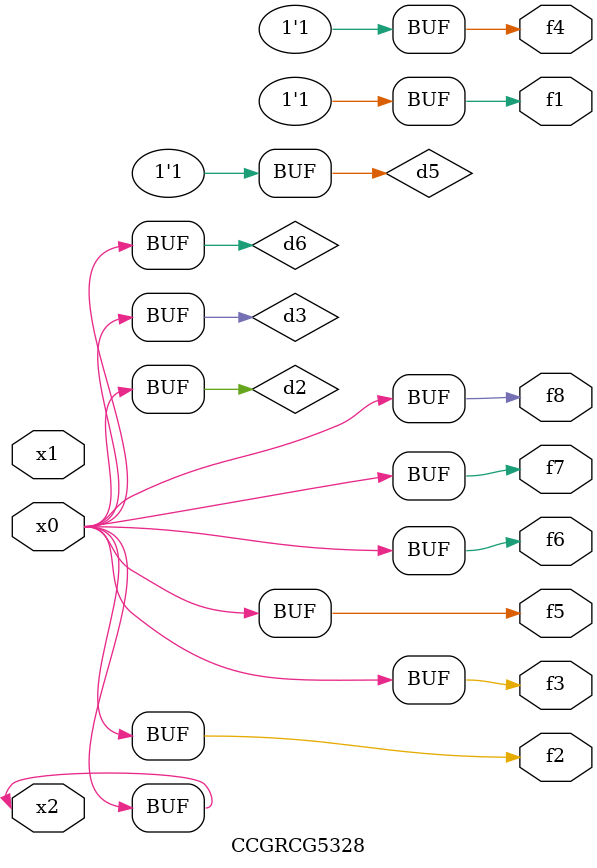
<source format=v>
module CCGRCG5328(
	input x0, x1, x2,
	output f1, f2, f3, f4, f5, f6, f7, f8
);

	wire d1, d2, d3, d4, d5, d6;

	xnor (d1, x2);
	buf (d2, x0, x2);
	and (d3, x0);
	xnor (d4, x1, x2);
	nand (d5, d1, d3);
	buf (d6, d2, d3);
	assign f1 = d5;
	assign f2 = d6;
	assign f3 = d6;
	assign f4 = d5;
	assign f5 = d6;
	assign f6 = d6;
	assign f7 = d6;
	assign f8 = d6;
endmodule

</source>
